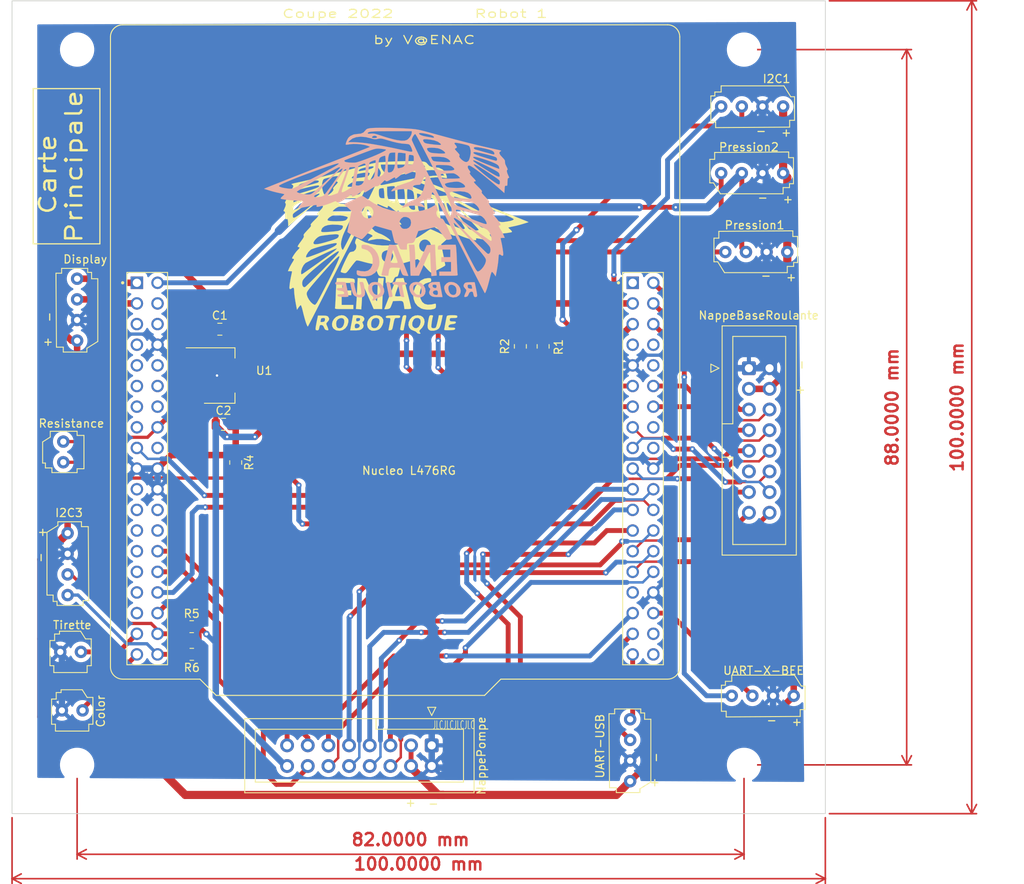
<source format=kicad_pcb>
(kicad_pcb (version 20211014) (generator pcbnew)
  (title_block (comment 4 "AISLER Project ID: FQXJOFHD"))
  (layers (0 "F.Cu" signal) (31 "B.Cu" signal) (34 "B.Paste" user) (35 "F.Paste" user) (36 "B.SilkS" user "B.Silkscreen") (37 "F.SilkS" user "F.Silkscreen") (38 "B.Mask" user) (39 "F.Mask" user) (44 "Edge.Cuts" user))
  (net 0 "")
  (net 1 "+5V")
  (net 2 "GND")
  (net 3 "+3V3")
  (net 4 "COL_GPIO")
  (net 5 "TIR_GPIO")
  (net 6 "SDA_I2C3")
  (net 7 "SCL_I2C3")
  (net 8 "USART_TX")
  (net 9 "USART_RX")
  (net 10 "XBeeTx")
  (net 11 "XbeeRx")
  (net 12 "MC1B")
  (net 13 "MC1A")
  (net 14 "MC2B")
  (net 15 "MC2A")
  (net 16 "CONTACTEUR1_GPIO")
  (net 17 "CONTACTEUR2_GPIO")
  (net 19 "DataAX12_TX")
  (net 20 "RC_1B")
  (net 21 "RC_1A")
  (net 22 "RC_2B")
  (net 23 "RC_2A")
  (net 24 "Mot2DIR")
  (net 25 "Mot2PWM")
  (net 26 "Mot1DIR")
  (net 27 "Mot1PWM")
  (net 28 "POMPE1")
  (net 29 "POMPE2")
  (net 30 "EV1")
  (net 31 "EV2")
  (net 32 "S1")
  (net 33 "S2")
  (net 34 "S3")
  (net 35 "DATA_PRESS_1")
  (net 36 "CLK_PRESS")
  (net 37 "A_Resistance")
  (net 38 "DIO_Display")
  (net 39 "CLK_Display")
  (net 40 "DATA_PRESS_2")
  (net 41 "SDA_I2C1")
  (net 42 "SCL_I2C1")
  (footprint "Resistor_SMD:R_0805_2012Metric" (layer "F.Cu") (at 120.3 77.5125 90)
    (fp_text reference "R1")
    (fp_text value "2.2k")
  )
  (footprint "library:HE14_EMBASE_1x04" (layer "F.Cu") (at 151.11 120.5 180)
    (fp_text reference "UART-X-BEE")
    (fp_text value "UART")
  )
  (footprint "Capacitor_SMD:C_0805_2012Metric" (layer "F.Cu") (at 80.55 75.4)
    (fp_text reference "C1")
    (fp_text value "100n")
  )
  (footprint "library:HE14_EMBASE_1x04" (layer "F.Cu") (at 142.19 56.2)
    (fp_text reference "Pression2")
    (fp_text value "Conn_01x04_Male")
  )
  (footprint "MountingHole:MountingHole_3.2mm_M3" (layer "F.Cu") (at 145 129)
    (fp_text reference "REF**" hide)
    (fp_text value "MountingHole_3.2mm_M3")
  )
  (footprint "library:HE14_EMBASE_1x04" (layer "F.Cu") (at 149.81 48 180)
    (fp_text reference "I2C1")
    (fp_text value "I2C")
  )
  (footprint "MountingHole:MountingHole_3.2mm_M3" (layer "F.Cu") (at 63 41)
    (fp_text reference "REF**" hide)
    (fp_text value "MountingHole_3.2mm_M3")
  )
  (footprint "Package_TO_SOT_SMD:SOT-223-3_TabPin2" (layer "F.Cu") (at 80.5 81.1)
    (fp_text reference "U1")
    (fp_text value "LT1129-3.3_SOT223")
  )
  (footprint "library:HE14_EMBASE_1x04" (layer "F.Cu") (at 63 76.81 90)
    (fp_text reference "Display")
    (fp_text value "Conn_01x04_Male")
  )
  (footprint "library:HE14_EMBASE_1x04" (layer "F.Cu") (at 142.7 65.9)
    (fp_text reference "Pression1")
    (fp_text value "Conn_01x04_Male")
  )
  (footprint "Capacitor_SMD:C_0805_2012Metric" (layer "F.Cu") (at 81 87.1)
    (fp_text reference "C2")
    (fp_text value "10u")
  )
  (footprint "Resistor_SMD:R_0805_2012Metric" (layer "F.Cu") (at 77.1 115.4 180)
    (fp_text reference "R6")
    (fp_text value "2.2k")
  )
  (footprint "library:ST_NUCLEO-F401RE" (layer "F.Cu") (at 102.1 79.2)
    (fp_text reference "Nucleo L476RG")
    (fp_text value "NUCLEO64-F411RE")
  )
  (footprint "library:HE14_EMBASE_1x02" (layer "F.Cu") (at 61.3 88.468 -90)
    (fp_text reference "Resistance")
    (fp_text value "Conn_01x02_Male")
  )
  (footprint "library:HE14_EMBASE_1x04" (layer "F.Cu") (at 131 131.01 90)
    (fp_text reference "UART-USB")
    (fp_text value "UART")
  )
  (footprint "MountingHole:MountingHole_3.2mm_M3" (layer "F.Cu") (at 63 129)
    (fp_text reference "REF**" hide)
    (fp_text value "MountingHole_3.2mm_M3")
  )
  (footprint "library:HE14_EMBASE_1x02" (layer "F.Cu") (at 64.232 115.1 180)
    (fp_text reference "Tirette")
    (fp_text value "Conn_01x02_Male")
  )
  (footprint "Resistor_SMD:R_0805_2012Metric" (layer "F.Cu") (at 82.5 91.8 -90)
    (fp_text reference "R4")
    (fp_text value "1k")
  )
  (footprint "MountingHole:MountingHole_3.2mm_M3" (layer "F.Cu") (at 145 41)
    (fp_text reference "REF**" hide)
    (fp_text value "MountingHole_3.2mm_M3")
  )
  (footprint "Connector_IDC:IDC-Header_2x08_P2.54mm_Vertical" (layer "F.Cu") (at 106.6 126.6 -90)
    (fp_text reference "NappePompe")
    (fp_text value "Conn_02x08_Top_Bottom")
  )
  (footprint "library:logo" (layer "F.Cu") (at 103.4 65.3)
    (fp_text reference "G***" hide)
    (fp_text value "LOGO" hide)
  )
  (footprint "Connector_IDC:IDC-Header_2x08_P2.54mm_Vertical" (layer "F.Cu") (at 145.6 80.2)
    (fp_text reference "NappeBaseRoulante")
    (fp_text value "Conn_02x08_Top_Bottom")
  )
  (footprint "Resistor_SMD:R_0805_2012Metric" (layer "F.Cu") (at 117.5 77.5125 90)
    (fp_text reference "R2")
    (fp_text value "2.2k")
  )
  (footprint "library:HE14_EMBASE_1x04" (layer "F.Cu") (at 61.832 100.49 -90)
    (fp_text reference "I2C3")
    (fp_text value "I2C")
  )
  (footprint "library:HE14_EMBASE_1x02" (layer "F.Cu") (at 64.432 122.3 180)
    (fp_text reference "Color")
    (fp_text value "Conn_01x02_Male")
  )
  (footprint "Resistor_SMD:R_0805_2012Metric" (layer "F.Cu") (at 77.0875 112 180)
    (fp_text reference "R5")
    (fp_text value "2.2k")
  )
  (footprint "library:logo" (layer "B.Cu") (at 101.1 61.2 180)
    (fp_text reference "G***" hide)
    (fp_text value "LOGO" hide)
  )
  (gr_line (start 57.6 45.8) (end 65.8 45.8) (layer "F.SilkS") (width 0.15))
  (gr_line (start 65.8 45.8) (end 65.8 64.9) (layer "F.SilkS") (width 0.15))
  (gr_line (start 57.6 64.9) (end 57.6 46) (layer "F.SilkS") (width 0.15))
  (gr_line (start 65.8 64.9) (end 57.6 64.9) (layer "F.SilkS") (width 0.15))
  (gr_line (start 57.6 46) (end 57.6 45.8) (layer "F.SilkS") (width 0.15))
  (gr_rect (start 55 35) (end 155 135) (layer "Edge.Cuts") (width 0.1) (fill none))
  (gr_text "+\n" (at 59.5 77 270) (layer "F.SilkS") (effects (font (size 1 1))))
  (gr_text "-" (at 59.7 73.9 270) (layer "F.SilkS") (effects (font (size 1 1))))
  (gr_text "-" (at 147.7 68.8) (layer "F.SilkS") (effects (font (size 1 1))))
  (gr_text "+\n" (at 58.7 100.4 90) (layer "F.SilkS") (effects (font (size 1 1))))
  (gr_text "Coupe 2022		Robot 1 \n\n by V@ENAC" (at 105.1 38.2) (layer "F.SilkS") (effects (font (size 1 1.5))))
  (gr_text "Carte \nPrincipale" (at 61 55.4 90) (layer "F.SilkS") (effects (font (size 2 2.5) (thickness 0.3))))
  (gr_text "-" (at 106.8 133.9 180) (layer "F.SilkS") (effects (font (size 1 1))))
  (gr_text "+\n" (at 150.2 51.2) (layer "F.SilkS") (effects (font (size 1 1))))
  (gr_text "+\n" (at 150.8 69) (layer "F.SilkS") (effects (font (size 1 1))))
  (gr_text "-" (at 152.2 79.8 270) (layer "F.SilkS") (effects (font (size 1 1))))
  (gr_text "-" (at 58.5 103.5 90) (layer "F.SilkS") (effects (font (size 1 1))))
  (gr_text "-" (at 147.3 59.2) (layer "F.SilkS") (effects (font (size 1 1))))
  (gr_text "+\n" (at 151.5 123.7) (layer "F.SilkS") (effects (font (size 1 1))))
  (gr_text "-" (at 134.3 128.1 270) (layer "F.SilkS") (effects (font (size 1 1))))
  (gr_text "-" (at 148.4 123.5) (layer "F.SilkS") (effects (font (size 1 1))))
  (gr_text "+\n" (at 104 133.8 180) (layer "F.SilkS") (effects (font (size 1 1))))
  (gr_text "+\n" (at 152 82.9 270) (layer "F.SilkS") (effects (font (size 1 1))))
  (gr_text "+\n" (at 150.4 59.4) (layer "F.SilkS") (effects (font (size 1 1))))
  (gr_text "-" (at 147.1 51) (layer "F.SilkS") (effects (font (size 1 1))))
  (gr_text "+\n" (at 134.1 131.2 270) (layer "F.SilkS") (effects (font (size 1 1))))
  (gr_text "JLCJLCJLCJLC" (at 109.3 124.1) (layer "F.SilkS") (effects (font (size 1 0.5) (thickness 0.08))))
  (dimension (type aligned) (layer "F.Cu") (pts (xy 145 129) (xy 145 41)) (height 20) (gr_text "88,0000 mm" (at 163.2 85 90) (layer "F.Cu") (effects (font (size 1.5 1.5) (thickness 0.3)))) (format (units 3) (units_format 1) (precision 4)) (style (thickness 0.2) (arrow_length 1.27) (text_position_mode 0) (extension_height 0.58642) (extension_offset 0.5) keep_text_aligned))
  (dimension (type aligned) (layer "F.Cu") (pts (xy 155 135) (xy 155 35)) (height 18) (gr_text "100,0000 mm" (at 171.2 85 90) (layer "F.Cu") (effects (font (size 1.5 1.5) (thickness 0.3)))) (format (units 3) (units_format 1) (precision 4)) (style (thickness 0.2) (arrow_length 1.27) (text_position_mode 0) (extension_height 0.58642) (extension_offset 0.5) keep_text_aligned))
  (dimension (type aligned) (layer "F.Cu") (pts (xy 155 135) (xy 55 135)) (height -8) (gr_text "100,0000 mm" (at 105 141.2) (layer "F.Cu") (effects (font (size 1.5 1.5) (thickness 0.3)))) (format (units 3) (units_format 1) (precision 4)) (style (thickness 0.2) (arrow_length 1.27) (text_position_mode 0) (extension_height 0.58642) (extension_offset 0.5) keep_text_aligned))
  (dimension (type aligned) (layer "F.Cu") (pts (xy 145 129) (xy 63 129)) (height -11) (gr_text "82,0000 mm" (at 104 138.2) (layer "F.Cu") (effects (font (size 1.5 1.5) (thickness 0.3)))) (format (units 3) (units_format 1) (precision 4)) (style (thickness 0.2) (arrow_length 1.27) (text_position_mode 0) (extension_height 0.58642) (extension_offset 0.5) keep_text_aligned))
  (segment (start 131 131.01) (end 129.31 132.7) (width 1) (layer "F.Cu") (net 1))
  (segment (start 150.32 56.71) (end 149.81 56.2) (width 1) (layer "F.Cu") (net 1))
  (segment (start 149.81 48) (end 149.81 56.2) (width 1) (layer "F.Cu") (net 1))
  (segment (start 61.832 95.832) (end 58.7 92.7) (width 0.8) (layer "F.Cu") (net 1))
  (segment (start 151.21 79.67) (end 150.32 78.78) (width 1) (layer "F.Cu") (net 1))
  (segment (start 58.7 87.6) (end 63 83.3) (width 0.8) (layer "F.Cu") (net 1))
  (segment (start 148.4 123.21) (end 151.11 120.5) (width 0.8) (layer "F.Cu") (net 1))
  (segment (start 108 132.7) (end 76.3 132.7) (width 1) (layer "F.Cu") (net 1))
  (segment (start 150.32 78.78) (end 150.32 65.9) (width 1) (layer "F.Cu") (net 1))
  (segment (start 58.6 103.722) (end 61.832 100.49) (width 1) (layer "F.Cu") (net 1))
  (segment (start 108 132.7) (end 107.42 132.7) (width 1) (layer "F.Cu") (net 1))
  (segment (start 148.14 82.74) (end 145.6 82.74) (width 0.8) (layer "F.Cu") (net 1))
  (segment (start 131 131.01) (end 138.71 123.3) (width 0.8) (layer "F.Cu") (net 1))
  (segment (start 74.3 66.5) (end 79.6 71.8) (width 0.8) (layer "F.Cu") (net 1))
  (segment (start 150.32 65.9) (end 150.32 56.71) (width 1) (layer "F.Cu") (net 1))
  (segment (start 62.31 76.81) (end 60.6 75.1) (width 0.8) (layer "F.Cu") (net 1))
  (segment (start 60.6 75.1) (end 60.6 68.3) (width 0.8) (layer "F.Cu") (net 1))
  (segment (start 151.21 79.67) (end 151.11 79.77) (width 0.8) (layer "F.Cu") (net 1))
  (segment (start 76.3 132.7) (end 75.95 132.35) (width 1) (layer "F.Cu") (net 1))
  (segment (start 61.832 100.49) (end 61.832 95.832) (width 0.8) (layer "F.Cu") (net 1))
  (segment (start 60.2 124.7) (end 58.6 123.1) (width 1) (layer "F.Cu") (net 1))
  (segment (start 58.7 92.7) (end 58.7 87.6) (width 0.8) (layer "F.Cu") (net 1))
  (segment (start 79.6 71.8) (end 79.6 75.4) (width 0.8) (layer "F.Cu") (net 1))
  (segment (start 62.4 66.5) (end 74.3 66.5) (width 0.8) (layer "F.Cu") (net 1))
  (segment (start 60.6 68.3) (end 62.4 66.5) (width 0.8) (layer "F.Cu") (net 1))
  (segment (start 75.95 132.35) (end 68.3 124.7) (width 1) (layer "F.Cu") (net 1))
  (segment (start 129.31 132.7) (end 108 132.7) (width 1) (layer "F.Cu") (net 1))
  (segment (start 151.21 79.67) (end 148.14 82.74) (width 0.8) (layer "F.Cu") (net 1))
  (segment (start 63 76.81) (end 62.31 76.81) (width 0.8) (layer "F.Cu") (net 1))
  (segment (start 104.06 129.34) (end 104.06 126.8) (width 0.6) (layer "F.Cu") (net 1))
  (segment (start 107.42 132.7) (end 104.06 129.34) (width 1) (layer "F.Cu") (net 1))
  (segment (start 77.35 77.65) (end 79.6 75.4) (width 0.8) (layer "F.Cu") (net 1))
  (segment (start 63 83.3) (end 63 76.81) (width 0.8) (layer "F.Cu") (net 1))
  (segment (start 68.3 124.7) (end 60.2 124.7) (width 1) (layer "F.Cu") (net 1))
  (segment (start 151.11 79.77) (end 151.11 120.5) (width 0.8) (layer "F.Cu") (net 1))
  (segment (start 77.35 78.8) (end 77.35 77.65) (width 0.8) (layer "F.Cu") (net 1))
  (segment (start 59.011 103.311) (end 61.832 100.49) (width 0.8) (layer "F.Cu") (net 1))
  (segment (start 58.6 103.722) (end 59.011 103.311) (width 1) (layer "F.Cu") (net 1))
  (segment (start 58.6 113.5) (end 58.6 103.722) (width 1) (layer "F.Cu") (net 1))
  (segment (start 148.4 123.3) (end 148.4 123.21) (width 0.8) (layer "F.Cu") (net 1))
  (segment (start 58.6 123.1) (end 58.6 113.5) (width 1) (layer "F.Cu") (net 1))
  (segment (start 138.71 123.3) (end 148.4 123.3) (width 0.8) (layer "F.Cu") (net 1))
  (segment (start 82.5 90.8875) (end 74.5525 90.8875) (width 0.8) (layer "F.Cu") (net 2))
  (segment (start 82.5 90.8875) (end 82.5 87.65) (width 0.8) (layer "F.Cu") (net 2))
  (segment (start 81.95 82.8) (end 83.65 81.1) (width 0.8) (layer "F.Cu") (net 2))
  (segment (start 81.95 87.1) (end 81.95 82.8) (width 0.8) (layer "F.Cu") (net 2))
  (segment (start 80.2 81.1) (end 77.35 81.1) (width 0.8) (layer "F.Cu") (net 2))
  (segment (start 82.5 87.65) (end 81.95 87.1) (width 0.8) (layer "F.Cu") (net 2))
  (segment (start 74.5525 90.8875) (end 72.89 92.55) (width 0.8) (layer "F.Cu") (net 2))
  (segment (start 83.65 81.1) (end 83.65 80.95) (width 0.8) (layer "F.Cu") (net 2))
  (segment (start 83.65 77.55) (end 81.5 75.4) (width 0.8) (layer "F.Cu") (net 2))
  (segment (start 83.65 81.1) (end 80.2 81.1) (width 0.8) (layer "F.Cu") (net 2))
  (segment (start 83.65 80.95) (end 83.65 77.55) (width 0.8) (layer "F.Cu") (net 2))
  (via (at 80.2 81.1) (size 0.7) (drill 0.3) (layers "F.Cu" "B.Cu") (net 2))
  (segment (start 148.1 78.9) (end 148.2 78.9) (width 0.8) (layer "B.Cu") (net 2))
  (segment (start 128.6 80.9) (end 128.6 90.3) (width 0.8) (layer "B.Cu") (net 2))
  (segment (start 135.4 78.6) (end 137 80.2) (width 0.8) (layer "B.Cu") (net 2))
  (segment (start 135.8 109.7) (end 135.8 123.1) (width 0.8) (layer "B.Cu") (net 2))
  (segment (start 147.78 65.9) (end 147.78 56.71) (width 1) (layer "B.Cu") (net 2))
  (segment (start 146.9 80.1) (end 148.1 78.9) (width 0.8) (layer "B.Cu") (net 2))
  (segment (start 149.245 81.305) (end 148.14 80.2) (width 0.8) (layer "B.Cu") (net 2))
  (segment (start 147.27 56.2) (end 147.27 48) (width 1) (layer "B.Cu") (net 2))
  (segment (start 151.1 83.16) (end 149.245 81.305) (width 0.8) (layer "B.Cu") (net 2))
  (segment (start 148.2 78.9) (end 148.2 80.26) (width 0.8) (layer "B.Cu") (net 2))
  (segment (start 132.56 78.6) (end 135.4 78.6) (width 0.4) (layer "B.Cu") (net 2))
  (segment (start 147.78 67.68) (end 147.78 65.9) (width 1) (layer "B.Cu") (net 2))
  (segment (start 61.13 115.3) (end 60.93 115.1) (width 0.8) (layer "B.Cu") (net 2))
  (segment (start 130.13 129.34) (end 131 128.47) (width 0.8) (layer "B.Cu") (net 2))
  (segment (start 76.68 81.1) (end 72.89 77.31) (width 0.8) (layer "B.Cu") (net 2))
  (segment (start 89.75 87.05) (end 106.6 103.9) (width 0.8) (layer "B.Cu") (net 2))
  (segment (start 133.27 125.63) (end 133.27 126.2) (width 0.8) (layer "B.Cu") (net 2))
  (segment (start 148.67 78.43) (end 148.67 80.73) (width 0.8) (layer "B.Cu") (net 2))
  (segment (start 148.67 68.57) (end 147.78 67.68) (width 1) (layer "B.Cu") (net 2))
  (segment (start 148.2 80.26) (end 148.87 80.93) (width 0.8) (layer "B.Cu") (net 2))
  (segment (start 148.67 78.43) (end 148.67 68.57) (width 1) (layer "B.Cu") (net 2))
  (segment (start 70.35 92.55) (end 72.89 92.55) (width 0.8) (layer "B.Cu") (net 2))
  (segment (start 133.85 92.55) (end 132.685489 91.385489) (width 0.4) (layer "B.Cu") (net 2))
  (segment (start 72.89 77.31) (end 72.89 76.99) (width 0.4) (layer "B.Cu") (net 2))
  (segment (start 148.57 120.5) (end 148.57 122.43) (width 0.8) (layer "B.Cu") (net 2))
  (segment (start 72.89 95.09) (end 72.89 92.55) (width 0.8) (layer "B.Cu") (net 2))
  (segment (start 148.57 120.5) (end 148.57 115.68) (width 0.8) (layer "B.Cu") (net 2))
  (segment (start 59.9 103.8) (end 59.9 114.07) (width 0.8) (layer "B.Cu") (net 2))
  (segment (start 129.685489 91.385489) (end 129.3 91) (width 0.4) (layer "B.Cu") (net 2))
  (segment (start 132.685489 91.385489) (end 129.685489 91.385489) (width 0.4) (layer "B.Cu") (net 2))
  (segment (start 106.6 103.9) (end 106.6 126.8) (width 0.8) (layer "B.Cu") (net 2))
  (segment (start 61.832 103.03) (end 68.4 96.462) (width 0.8) (layer "B.Cu") (net 2))
  (segment (start 106.6 129.34) (end 130.13 129.34) (width 0.8) (layer "B.Cu") (net 2))
  (segment (start 147.78 56.71) (end 147.27 56.2) (width 1) (layer "B.Cu") (net 2))
  (segment (start 71.9 76) (end 69.2 76) (width 0.4) (layer "B.Cu") (net 2))
  (segment (start 148.67 80.73) (end 148.87 80.93) (width 0.8) (layer "B.Cu") (net 2))
  (segment (start 135.1 123.8) (end 133.27 125.63) (width 0.8) (layer "B.Cu") (net 2))
  (segment (start 106.6 129.34) (end 106.6 126.8) (width 0.8) (layer "B.Cu") (net 2))
  (segment (start 89.45 87.05) (end 89.75 87.05) (width 0.8) (layer "B.Cu") (net 2))
  (segment (start 83.65 80.95) (end 89.75 87.05) (width 0.8) (layer "B.Cu") (net 2))
  (segment (start 131.31 79.85) (end 132.56 78.6) (width 0.4) (layer "B.Cu") (net 2))
  (segment (start 135.76 109.7) (end 133.85 107.79) (width 0.8) (layer "B.Cu") (net 2))
  (segment (start 147.2 123.8) (end 135.1 123.8) (width 0.8) (layer "B.Cu") (net 2))
  (segment (start 59.9 114.07) (end 60.93 115.1) (width 0.8) (layer "B.Cu") (net 2))
  (segment (start 148.14 80.2) (end 145.6 80.2) (width 0.8) (layer "B.Cu") (net 2))
  (segment (start 133.27 126.2) (end 131 128.47) (width 0.8) (layer "B.Cu") (net 2))
  (segment (start 69.2 76) (end 67.47 74.27) (width 0.8) (layer "B.Cu") (net 2))
  (segment (start 131.31 79.85) (end 129.65 79.85) (width 0.8) (layer "B.Cu") (net 2))
  (segment (start 83.5 81.1) (end 80.2 81.1) (width 0.8) (layer "B.Cu") (net 2))
  (segment (start 148.57 122.43) (end 147.2 123.8) (width 0.8) (layer "B.Cu") (net 2))
  (segment (start 60.67 103.03) (end 59.9 103.8) (width 0.8) (layer "B.Cu") (net 2))
  (segment (start 129.65 79.85) (end 128.6 80.9) (width 0.8) (layer "B.Cu") (net 2))
  (segment (start 61.13 122.3) (end 61.13 115.3) (width 0.8) (layer "B.Cu") (net 2))
  (segment (start 148.87 80.93) (end 149.245 81.305) (width 0.8) (layer "B.Cu") (net 2))
  (segment (start 61.832 103.03) (end 60.67 103.03) (width 0.8) (layer "B.Cu") (net 2))
  (segment (start 67.47 74.27) (end 63 74.27) (width 0.8) (layer "B.Cu") (net 2))
  (segment (start 83.5 81.1) (end 89.45 87.05) (width 0.8) (layer "B.Cu") (net 2))
  (segment (start 68.4 96.462) (end 68.4 94.5) (width 0.8) (layer "B.Cu") (net 2))
  (segment (start 72.89 76.99) (end 71.9 76) (width 0.4) (layer "B.Cu") (net 2))
  (segment (start 68.4 94.5) (end 70.35 92.55) (width 0.8) (layer "B.Cu") (net 2))
  (segment (start 148.67 78.43) (end 148.2 78.9) (width 0.8) (layer "B.Cu") (net 2))
  (segment (start 135.8 109.7) (end 135.76 109.7) (width 0.8) (layer "B.Cu") (net 2))
  (segment (start 128.6 90.3) (end 129.3 91) (width 0.8) (layer "B.Cu") (net 2))
  (segment (start 70.35 92.55) (end 72.89 95.09) (width 0.8) (layer "B.Cu") (net 2))
  (segment (start 80.2 81.1) (end 76.68 81.1) (width 0.8) (layer "B.Cu") (net 2))
  (segment (start 151.1 113.15) (end 151.1 83.16) (width 0.8) (layer "B.Cu") (net 2))
  (segment (start 135.8 123.1) (end 135.1 123.8) (width 0.8) (layer "B.Cu") (net 2))
  (segment (start 137 80.2) (end 145.6 80.2) (width 0.8) (layer "B.Cu") (net 2))
  (segment (start 148.57 115.68) (end 151.1 113.15) (width 0.8) (layer "B.Cu") (net 2))
  (segment (start 80.05 86.1) (end 80.05 87.1) (width 0.6) (layer "F.Cu") (net 3))
  (segment (start 81.45 88.65) (end 80.05 87.25) (width 0.8) (layer "F.Cu") (net 3))
  (segment (start 71.66 88.7) (end 68.2 88.7) (width 0.4) (layer "F.Cu") (net 3))
  (segment (start 68.2 88.7) (end 67.67 89.23) (width 0.4) (layer "F.Cu") (net 3))
  (segment (start 78.0125 112.0125) (end 78 112) (width 0.6) (layer "F.Cu") (net 3))
  (segment (start 78 112) (end 78.9 112.9) (width 0.6) (layer "F.Cu") (net 3))
  (segment (start 72.89 87.47) (end 71.66 88.7) (width 0.4) (layer "F.Cu") (net 3))
  (segment (start 80.05 87.25) (end 80.05 87.1) (width 0.8) (layer "F.Cu") (net 3))
  (segment (start 76.96 83.4) (end 77.35 83.4) (width 0.6) (layer "F.Cu") (net 3))
  (segment (start 120.3 78.425) (end 117.5 78.425) (width 0.8) (layer "F.Cu") (net 3))
  (segment (start 77.35 83.4) (end 80.05 86.1) (width 0.6) (layer "F.Cu") (net 3))
  (segment (start 72.89 87.47) (end 76.96 83.4) (width 0.6) (layer "F.Cu") (net 3))
  (segment (start 95.075 78.425) (end 84.85 88.65) (width 0.8) (layer "F.Cu") (net 3))
  (segment (start 78.0125 115.4) (end 78.0125 112.0125) (width 0.6) (layer "F.Cu") (net 3))
  (segment (start 117.5 78.425) (end 95.175 78.425) (width 0.8) (layer "F.Cu") (net 3))
  (segment (start 67.67 89.23) (end 61.3 89.23) (width 0.4) (layer "F.Cu") (net 3))
  (segment (start 95.175 78.425) (end 95.075 78.425) (width 0.8) (layer "F.Cu") (net 3))
  (via (at 84.85 88.65) (size 0.7) (drill 0.3) (layers "F.Cu" "B.Cu") (net 3))
  (via (at 81.45 88.65) (size 0.7) (drill 0.3) (layers "F.Cu" "B.Cu") (net 3))
  (via (at 78.9 112.9) (size 0.8) (drill 0.4) (layers "F.Cu" "B.Cu") (net 3))
  (segment (start 80.05 109.95) (end 80.05 114.25) (width 0.8) (layer "B.Cu") (net 3))
  (segment (start 80.05 87.1) (end 80.05 87.45) (width 0.8) (layer "B.Cu") (net 3))
  (segment (start 80.05 114.05) (end 80.05 114.25) (width 0.6) (layer "B.Cu") (net 3))
  (segment (start 80.05 114.25) (end 80.05 120.57) (width 0.8) (layer "B.Cu") (net 3))
  (segment (start 80.05 120.57) (end 88.82 129.34) (width 0.8) (layer "B.Cu") (net 3))
  (segment (start 78.9 112.9) (end 80.05 114.05) (width 0.6) (layer "B.Cu") (net 3))
  (segment (start 80.05 87.1) (end 80.05 109.95) (width 0.8) (layer "B.Cu") (net 3))
  (segment (start 80.05 87.45) (end 81.25 88.65) (width 0.8) (layer "B.Cu") (net 3))
  (segment (start 81.25 88.65) (end 81.45 88.65) (width 0.8) (layer "B.Cu") (net 3))
  (segment (start 81.45 88.65) (end 84.85 88.65) (width 0.8) (layer "B.Cu") (net 3))
  (segment (start 63.67 122.09) (end 63.67 122.3) (width 0.6) (layer "F.Cu") (net 4))
  (segment (start 70.35 115.41) (end 63.67 122.09) (width 0.6) (layer "F.Cu") (net 4))
  (segment (start 70.35 112.87) (end 68.12 115.1) (width 0.6) (layer "F.Cu") (net 5))
  (segment (start 68.12 115.1) (end 63.47 115.1) (width 0.6) (layer "F.Cu") (net 5))
  (segment (start 68.3 111.6) (end 62.27 105.57) (width 0.4) (layer "F.Cu") (net 6))
  (segment (start 72.1 111.6) (end 68.3 111.6) (width 0.4) (layer "F.Cu") (net 6))
  (segment (start 76.175 112.225) (end 76.175 112) (width 0.6) (layer "F.Cu") (net 6))
  (segment (start 72.89 112.39) (end 72.1 111.6) (width 0.4) (layer "F.Cu") (net 6))
  (segment (start 75.53 112.87) (end 76.175 112.225) (width 0.6) (layer "F.Cu") (net 6))
  (segment (start 75.53 112.87) (end 72.89 112.87) (width 0.6) (layer "F.Cu") (net 6))
  (segment (start 62.27 105.57) (end 61.832 105.57) (width 0.4) (layer "F.Cu") (net 6))
  (segment (start 72.9 115.4) (end 72.89 115.41) (width 0.6) (layer "F.Cu") (net 7))
  (segment (start 76.1875 115.4) (end 72.9 115.4) (width 0.6) (layer "F.Cu") (net 7))
  (segment (start 63.11 108.11) (end 69.1 114.1) (width 0.4) (layer "B.Cu") (net 7))
  (segment (start 61.832 108.11) (end 63.11 108.11) (width 0.4) (layer "B.Cu") (net 7))
  (segment (start 71.58 114.1) (end 72.89 115.41) (width 0.4) (layer "B.Cu") (net 7))
  (segment (start 69.1 114.1) (end 71.58 114.1) (width 0.4) (layer "B.Cu") (net 7))
  (segment (start 131 125.93) (end 128.8 123.73) (width 0.6) (layer "F.Cu") (net 8))
  (segment (start 128.8 115.38) (end 131.31 112.87) (width 0.6) (layer "F.Cu") (net 8))
  (segment (start 128.8 123.73) (end 128.8 115.38) (width 0.6) (layer "F.Cu") (net 8))
  (segment (start 131.31 115.41) (end 131.31 123.08) (width 0.6) (layer "F.Cu") (net 9))
  (segment (start 131.31 123.08) (end 131 123.39) (width 0.6) (layer "F.Cu") (net 9))
  (segment (start 135.86 110.33) (end 133.85 110.33) (width 0.6) (layer "F.Cu") (net 10))
  (segment (start 146.03 120.5) (end 135.86 110.33) (width 0.6) (layer "F.Cu") (net 10))
  (segment (start 133.85 74.77) (end 137.65 78.57) (width 0.6) (layer "F.Cu") (net 11))
  (segment (start 137.65 78.57) (end 137.65 81.3) (width 0.6) (layer "F.Cu") (net 11))
  (via (at 137.65 81.3) (size 0.7) (drill 0.3) (layers "F.Cu" "B.Cu") (net 11))
  (segment (start 140.4 120.5) (end 143.49 120.5) (width 0.6) (layer "B.Cu") (net 11))
  (segment (start 137.65 117.75) (end 140.4 120.5) (width 0.6) (layer "B.Cu") (net 11))
  (segment (start 137.65 81.3) (end 137.65 117.75) (width 0.6) (layer "B.Cu") (net 11))
  (segment (start 143.8 79.64) (end 133.85 69.69) (width 0.6) (layer "F.Cu") (net 12))
  (segment (start 143.8 84.6) (end 143.8 79.64) (width 0.6) (layer "F.Cu") (net 12))
  (segment (start 144.48 85.28) (end 143.8 84.6) (width 0.6) (layer "F.Cu") (net 12))
  (segment (start 145.6 85.28) (end 144.48 85.28) (width 0.6) (layer "F.Cu") (net 12))
  (segment (start 144.6 86.6) (end 144.4 86.4) (width 0.3) (layer "F.Cu") (net 13))
  (segment (start 144.4 86.4) (end 143.9 86.4) (width 0.3) (layer "F.Cu") (net 13))
  (segment (start 133.85 72.23) (end 142.22 80.6) (width 0.6) (layer "F.Cu") (net 13))
  (segment (start 142.7 81.08) (end 142.7 84.5) (width 0.6) (layer "F.Cu") (net 13))
  (segment (start 142.7 84.5) (end 142.7 85.2) (width 0.6) (layer "F.Cu") (net 13))
  (segment (start 146.82 86.6) (end 144.6 86.6) (width 0.3) (layer "F.Cu") (net 13))
  (segment (start 142.22 80.6) (end 142.7 81.08) (width 0.6) (layer "F.Cu") (net 13))
  (segment (start 148.14 85.28) (end 146.82 86.6) (width 0.3) (layer "F.Cu") (net 13))
  (segment (start 143.7 86.2) (end 143.9 86.4) (width 0.6) (layer "F.Cu") (net 13))
  (segment (start 142.7 85.2) (end 143.7 86.2) (width 0.6) (layer "F.Cu") (net 13))
  (segment (start 145.6 87.82) (end 143.27 87.82) (width 0.6) (layer "F.Cu") (net 14))
  (segment (start 143.27 87.82) (end 137.84 82.39) (width 0.6) (layer "F.Cu") (net 14))
  (segment (start 137.84 82.39) (end 133.85 82.39) (width 0.6) (layer "F.Cu") (net 14))
  (segment (start 133.85 84.93) (end 138.63 84.93) (width 0.6) (layer "F.Cu") (net 15))
  (segment (start 148.14 87.82) (end 146.86 89.1) (width 0.3) (layer "F.Cu") (net 15))
  (segment (start 146.86 89.1) (end 142.8 89.1) (width 0.3) (layer "F.Cu") (net 15))
  (segment (start 138.63 84.93) (end 142.8 89.1) (width 0.6) (layer "F.Cu") (net 15))
  (segment (start 128.7 91.35) (end 135.8 91.35) (width 0.3) (layer "F.Cu") (net 16))
  (segment (start 143.34 90.36) (end 142.35 91.35) (width 0.6) (layer "F.Cu") (net 16))
  (segment (start 142.35 91.35) (end 135.8 91.35) (width 0.6) (layer "F.Cu") (net 16))
  (segment (start 124.2 95.85) (end 128.7 91.35) (width 0.6) (layer "F.Cu") (net 16))
  (segment (start 78.65 95.85) (end 124.2 95.85) (width 0.6) (layer "F.Cu") (net 16))
  (segment (start 145.6 90.36) (end 143.34 90.36) (width 0.6) (layer "F.Cu") (net 16))
  (via (at 78.65 95.85) (size 0.7) (drill 0.3) (layers "F.Cu" "B.Cu") (net 16))
  (segment (start 71.69 91.35) (end 73.4 91.35) (width 0.3) (layer "B.Cu") (net 16))
  (segment (start 74.15 91.35) (end 78.65 95.85) (width 0.6) (layer "B.Cu") (net 16))
  (segment (start 70.35 90.01) (end 71.69 91.35) (width 0.3) (layer "B.Cu") (net 16))
  (segment (start 73.4 91.35) (end 74.15 91.35) (width 0.6) (layer "B.Cu") (net 16))
  (segment (start 146.85 91.65) (end 143.7 91.65) (width 0.3) (layer "F.Cu") (net 17))
  (segment (start 128.9 93.8) (end 131.35 93.8) (width 0.3) (layer "F.Cu") (net 17))
  (segment (start 143.2 92.15) (end 143.65 91.7) (width 0.6) (layer "F.Cu") (net 17))
  (segment (start 78.75 97.3) (end 125.4 97.3) (width 0.6) (layer "F.Cu") (net 17))
  (segment (start 131.35 93.8) (end 135.5 93.8) (width 0.3) (layer "F.Cu") (net 17))
  (segment (start 143.7 91.65) (end 143.65 91.7) (width 0.3) (layer "F.Cu") (net 17))
  (segment (start 125.4 97.3) (end 128.65 94.05) (width 0.6) (layer "F.Cu") (net 17))
  (segment (start 148.14 90.36) (end 146.85 91.65) (width 0.3) (layer "F.Cu") (net 17))
  (segment (start 137.15 92.15) (end 142.9 92.15) (width 0.6) (layer "F.Cu") (net 17))
  (segment (start 135.5 93.8) (end 137.15 92.15) (width 0.6) (layer "F.Cu") (net 17))
  (segment (start 142.9 92.15) (end 143.2 92.15) (width 0.6) (layer "F.Cu") (net 17))
  (segment (start 128.65 94.05) (end 128.9 93.8) (width 0.3) (layer "F.Cu") (net 17))
  (via (at 78.75 97.3) (size 0.7) (drill 0.3) (layers "F.Cu" "B.Cu") (net 17))
  (segment (start 77.15 105.45) (end 77.15 98) (width 0.6) (layer "B.Cu") (net 17))
  (segment (start 74.81 107.79) (end 77.15 105.45) (width 0.6) (layer "B.Cu") (net 17))
  (segment (start 72.89 107.79) (end 74.81 107.79) (width 0.6) (layer "B.Cu") (net 17))
  (segment (start 77.15 98) (end 77.85 97.3) (width 0.6) (layer "B.Cu") (net 17))
  (segment (start 77.85 97.3) (end 78.75 97.3) (width 0.6) (layer "B.Cu") (net 17))
  (segment (start 144.55 94.2) (end 146.84 94.2) (width 0.3) (layer "F.Cu") (net 19))
  (segment (start 136.3 90.15) (end 138.65 90.15) (width 0.6) (layer "F.Cu") (net 19))
  (segment (start 142.7 94.2) (end 144.55 94.2) (width 0.6) (layer "F.Cu") (net 19))
  (segment (start 146.84 94.2) (end 148.14 92.9) (width 0.3) (layer "F.Cu") (net 19))
  (via (at 142.7 94.2) (size 0.7) (drill 0.3) (layers "F.Cu" "B.Cu") (net 19))
  (via (at 138.65 90.15) (size 0.7) (drill 0.3) (layers "F.Cu" "B.Cu") (net 19))
  (via (at 136.3 90.15) (size 0.7) (drill 0.3) (layers "F.Cu" "B.Cu") (net 19))
  (segment (start 135 88.85) (end 136.3 90.15) (width 0.6) (layer "B.Cu") (net 19))
  (segment (start 132.47 88.85) (end 135 88.85) (width 0.3) (layer "B.Cu") (net 19))
  (segment (start 131.31 90.01) (end 132.47 88.85) (width 0.3) (layer "B.Cu") (net 19))
  (segment (start 138.65 90.15) (end 142.7 94.2) (width 0.6) (layer "B.Cu") (net 19))
  (segment (start 132.62 101.4) (end 131.31 102.71) (width 0.3) (layer "F.Cu") (net 20))
  (segment (start 134.7 101.3) (end 134.6 101.4) (width 0.3) (layer "F.Cu") (net 20))
  (segment (start 142.28 101.3) (end 135.2 101.3) (width 0.6) (layer "F.Cu") (net 20))
  (segment (start 145.6 97.98) (end 142.28 101.3) (width 0.6) (layer "F.Cu") (net 20))
  (segment (start 135.2 101.3) (end 134.7 101.3) (width 0.3) (layer "F.Cu") (net 20))
  (segment (start 134.6 101.4) (end 132.62 101.4) (width 0.3) (layer "F.Cu") (net 20))
  (segment (start 135.3 104) (end 132.56 104) (width 0.3) (layer "F.Cu") (net 21))
  (segment (start 148.14 97.98) (end 142.12 104) (width 0.6) (layer "F.Cu") (net 21))
  (segment (start 142.12 104) (end 135.3 104) (width 0.6) (layer "F.Cu") (net 21))
  (segment (start 132.56 104) (end 131.31 105.25) (width 0.3) (layer "F.Cu") (net 21))
  (segment (start 142.29 95.44) (end 145.6 95.44) (width 0.6) (layer "F.Cu") (net 22))
  (segment (start 140.65 93.8) (end 142.29 95.44) (width 0.6) (layer "F.Cu") (net 22))
  (segment (start 136.8 93.8) (end 140.65 93.8) (width 0.6) (layer "F.Cu") (net 22))
  (via (at 136.8 93.8) (size 0.7) (drill 0.3) (layers "F.Cu" "B.Cu") (net 22))
  (segment (start 136.4 93.8) (end 136.8 93.8) (width 0.6) (layer "B.Cu") (net 22))
  (segment (start 131.31 92.55) (end 132.56 93.8) (width 0.3) (layer "B.Cu") (net 22))
  (segment (start 132.56 93.8) (end 135.25 93.8) (width 0.3) (layer "B.Cu") (net 22))
  (segment (start 135.25 93.8) (end 136.4 93.8) (width 0.6) (layer "B.Cu") (net 22))
  (segment (start 131.31 87.47) (end 132.64 88.8) (width 0.3) (layer "F.Cu") (net 23))
  (segment (start 132.64 88.8) (end 135.1 88.8) (width 0.3) (layer "F.Cu") (net 23))
  (segment (start 135.1 88.8) (end 140.05 88.8) (width 0.6) (layer "F.Cu") (net 23))
  (segment (start 140.05 88.8) (end 141.35 90.1) (width 0.6) (layer "F.Cu") (net 23))
  (via (at 141.35 90.1) (size 0.7) (drill 0.3) (layers "F.Cu" "B.Cu") (net 23))
  (segment (start 145.3 94.2) (end 146.9 94.2) (width 0.3) (layer "B.Cu") (net 23))
  (segment (start 145.2 94.1) (end 145.3 94.2) (width 0.3) (layer "B.Cu") (net 23))
  (segment (start 142.85 92.45) (end 144.5 94.1) (width 0.6) (layer "B.Cu") (net 23))
  (segment (start 141.35 90.1) (end 142.85 91.6) (width 0.6) (layer "B.Cu") (net 23))
  (segment (start 142.85 91.6) (end 142.85 92.45) (width 0.6) (layer "B.Cu") (net 23))
  (segment (start 144.5 94.1) (end 145.2 94.1) (width 0.3) (layer "B.Cu") (net 23))
  (segment (start 146.9 94.2) (end 148.14 95.44) (width 0.3) (layer "B.Cu") (net 23))
  (segment (start 116 111.7) (end 116 121.1) (width 0.6) (layer "F.Cu") (net 24))
  (segment (start 103.1 123.6) (end 101.52 125.18) (width 0.6) (layer "F.Cu") (net 24))
  (segment (start 112.2 107.9) (end 116 111.7) (width 0.6) (layer "F.Cu") (net 24))
  (segment (start 112.2 101.7) (end 110.9 103) (width 0.6) (layer "F.Cu") (net 24))
  (segment (start 127.6 100.7) (end 126.6 101.7) (width 0.6) (layer "F.Cu") (net 24))
  (segment (start 126.6 101.7) (end 112.6 101.7) (width 0.6) (layer "F.Cu") (net 24))
  (segment (start 128.13 100.17) (end 127.6 100.7) (width 0.6) (layer "F.Cu") (net 24))
  (segment (start 113.5 123.6) (end 103.1 123.6) (width 0.6) (layer "F.Cu") (net 24))
  (segment (start 112.6 101.7) (end 112.2 101.7) (width 0.6) (layer "F.Cu") (net 24))
  (segment (start 116 121.1) (end 113.5 123.6) (width 0.6) (layer "F.Cu") (net 24))
  (segment (start 131.31 100.17) (end 128.13 100.17) (width 0.6) (layer "F.Cu") (net 24))
  (segment (start 101.52 125.18) (end 101.52 126.8) (width 0.6) (layer "F.Cu") (net 24))
  (via (at 110.9 103) (size 0.7) (drill 0.3) (layers "F.Cu" "B.Cu") (net 24))
  (via (at 112.2 107.9) (size 0.7) (drill 0.3) (layers "F.Cu" "B.Cu") (net 24))
  (segment (start 110.9 106.6) (end 112.2 107.9) (width 0.6) (layer "B.Cu") (net 24))
  (segment (start 110.9 103) (end 110.9 106.6) (width 0.6) (layer "B.Cu") (net 24))
  (segment (start 115.3 124.7) (end 103.6 124.7) (width 0.6) (layer "F.Cu") (net 25))
  (segment (start 101.52 129.34) (end 102.8 128.06) (width 0.3) (layer "F.Cu") (net 25))
  (segment (start 117.5 110.8) (end 117.5 122.5) (width 0.6) (layer "F.Cu") (net 25))
  (segment (start 123.4 103.1) (end 112.9 103.1) (width 0.6) (layer "F.Cu") (net 25))
  (segment (start 102.8 125.9) (end 102.8 125.5) (width 0.6) (layer "F.Cu") (net 25))
  (segment (start 117.5 122.5) (end 115.3 124.7) (width 0.6) (layer "F.Cu") (net 25))
  (segment (start 102.8 128.06) (end 102.8 125.9) (width 0.3) (layer "F.Cu") (net 25))
  (segment (start 113.4 106.7) (end 117.5 110.8) (width 0.6) (layer "F.Cu") (net 25))
  (segment (start 102.8 125.5) (end 103.6 124.7) (width 0.6) (layer "F.Cu") (net 25))
  (via (at 123.4 103.1) (size 0.7) (drill 0.3) (layers "F.Cu" "B.Cu") (net 25))
  (via (at 112.9 103.1) (size 0.7) (drill 0.3) (layers "F.Cu" "B.Cu") (net 25))
  (via (at 113.4 106.7) (size 0.7) (drill 0.3) (layers "F.Cu" "B.Cu") (net 25))
  (segment (start 112.9 106.2) (end 113.4 106.7) (width 0.6) (layer "B.Cu") (net 25))
  (segment (start 131.31 97.63) (end 129.02 97.63) (width 0.6) (layer "B.Cu") (net 25))
  (segment (start 126.55 99.95) (end 123.4 103.1) (width 0.6) (layer "B.Cu") (net 25))
  (segment (start 129.02 97.63) (end 126.7 99.95) (width 0.6) (layer "B.Cu") (net 25))
  (segment (start 112.9 106.2) (end 112.9 103.1) (width 0.6) (layer "B.Cu") (net 25))
  (segment (start 126.7 99.95) (end 126.55 99.95) (width 0.6) (layer "B.Cu") (net 25))
  (segment (start 108.2 112.7) (end 105.3 112.7) (width 0.6) (layer "F.Cu") (net 26))
  (via (at 108.2 112.7) (size 0.7) (drill 0.3) (layers "F.Cu" "B.Cu") (net 26))
  (via (at 105.3 112.7) (size 0.7) (drill 0.3) (layers "F.Cu" "B.Cu") (net 26))
  (segment (start 105.3 112.7) (end 100.7 112.7) (width 0.6) (layer "B.Cu") (net 26))
  (segment (start 111.1 112.7) (end 108.2 112.7) (width 0.6) (layer "B.Cu") (net 26))
  (segment (start 111.75 112.05) (end 111.1 112.7) (width 0.6) (layer "B.Cu") (net 26))
  (segment (start 132.59 96.35) (end 130.2 96.35) (width 0.3) (layer "B.Cu") (net 26))
  (segment (start 130.2 96.35) (end 127.45 96.35) (width 0.6) (layer "B.Cu") (net 26))
  (segment (start 127.45 96.35) (end 111.75 112.05) (width 0.6) (layer "B.Cu") (net 26))
  (segment (start 100.7 112.7) (end 98.98 114.42) (width 0.6) (layer "B.Cu") (net 26))
  (segment (start 132.69 96.25) (end 132.59 96.35) (width 0.3) (layer "B.Cu") (net 26))
  (segment (start 133.85 95.09) (end 132.69 96.25) (width 0.3) (layer "B.Cu") (net 26))
  (segment (start 98.98 114.42) (end 98.98 126.8) (width 0.6) (layer "B.Cu") (net 26))
  (segment (start 107.9 111.3) (end 105 111.3) (width 0.6) (layer "F.Cu") (net 27))
  (segment (start 105 111.3) (end 102.6 113.7) (width 0.6) (layer "F.Cu") (net 27))
  (via (at 107.9 111.3) (size 0.7) (drill 0.3) (layers "F.Cu" "B.Cu") (net 27))
  (via (at 102.6 113.7) (size 0.7) (drill 0.3) (layers "F.Cu" "B.Cu") (net 27))
  (segment (start 100.4 115.9) (end 100.4 124.3) (width 0.6) (layer "B.Cu") (net 27))
  (segment (start 102.6 113.7) (end 100.4 115.9) (width 0.6) (layer "B.Cu") (net 27))
  (segment (start 131.31 95.09) (end 128.91 95.09) (width 0.6) (layer "B.Cu") (net 27))
  (segment (start 100.4 124.3) (end 100.3 124.4) (width 0.6) (layer "B.Cu") (net 27))
  (segment (start 115.7 106.3) (end 110.7 111.3) (width 0.6) (layer "B.Cu") (net 27))
  (segment (start 126.91 95.09) (end 115.7 106.3) (width 0.6) (layer "B.Cu") (net 27))
  (segment (start 100.3 128.02) (end 100.3 126) (width 0.3) (layer "B.Cu") (net 27))
  (segment (start 100.3 124.4) (end 100.3 126) (width 0.6) (layer "B.Cu") (net 27))
  (segment (start 110.7 111.3) (end 107.9 111.3) (width 0.6) (layer "B.Cu") (net 27))
  (segment (start 128.91 95.09) (end 126.96 95.09) (width 0.6) (layer "B.Cu") (net 27))
  (segment (start 126.96 95.09) (end 126.91 95.09) (width 0.6) (layer "B.Cu") (net 27))
  (segment (start 98.98 129.34) (end 100.3 128.02) (width 0.3) (layer "B.Cu") (net 27))
  (segment (start 128 105.35) (end 101.95 105.35) (width 0.6) (layer "F.Cu") (net 28))
  (segment (start 101.95 105.35) (end 96.6 110.7) (width 0.6) (layer "F.Cu") (net 28))
  (via (at 96.6 110.7) (size 0.7) (drill 0.3) (layers "F.Cu" "B.Cu") (net 28))
  (via (at 128 105.35) (size 0.7) (drill 0.3) (layers "F.Cu" "B.Cu") (net 28))
  (segment (start 96.6 110.7) (end 96.44 110.86) (width 0.6) (layer "B.Cu") (net 28))
  (segment (start 132.51 104.05) (end 130.35 104.05) (width 0.3) (layer "B.Cu") (net 28))
  (segment (start 130.35 104.05) (end 129.3 104.05) (width 0.6) (layer "B.Cu") (net 28))
  (segment (start 96.44 110.86) (end 96.44 126.8) (width 0.6) (layer "B.Cu") (net 28))
  (segment (start 133.85 102.71) (end 132.51 104.05) (width 0.3) (layer "B.Cu") (net 28))
  (segment (start 129.3 104.05) (end 128 105.35) (width 0.6) (layer "B.Cu") (net 28))
  (segment (start 127.3 104.4) (end 101 104.4) (width 0.6) (layer "F.Cu") (net 29))
  (segment (start 130 101.7) (end 127.3 104.4) (width 0.6) (layer "F.Cu") (net 29))
  (segment (start 130 101.5) (end 130 101.7) (width 0.6) (layer "F.Cu") (net 29))
  (segment (start 101 104.4) (end 97.7 107.7) (width 0.6) (layer "F.Cu") (net 29))
  (via (at 97.7 107.7) (size 0.7) (drill 0.3) (layers "F.Cu" "B.Cu") (net 29))
  (via (at 130 101.5) (size 0.7) (drill 0.3) (layers "F.Cu" "B.Cu") (net 29))
  (segment (start 96.44 129.34) (end 97.38 128.4) (width 0.3) (layer "B.Cu") (net 29))
  (segment (start 133.85 100.17) (end 132.52 101.5) (width 0.3) (layer "B.Cu") (net 29))
  (segment (start 97.7 126.2) (end 97.7 126) (width 0.3) (layer "B.Cu") (net 29))
  (segment (start 97.7 128.08) (end 97.7 126.2) (width 0.3) (layer "B.Cu") (net 29))
  (segment (start 97.38 128.4) (end 97.7 128.08) (width 0.3) (layer "B.Cu") (net 29))
  (segment (start 132.52 101.5) (end 130.65 101.5) (width 0.3) (layer "B.Cu") (net 29))
  (segment (start 130.65 101.5) (end 130 101.5) (width 0.6) (layer "B.Cu") (net 29))
  (segment (start 97.7 126) (end 97.7 107.7) (width 0.6) (layer "B.Cu") (net 29))
  (segment (start 109.091539 116.95) (end 110.75 115.291539) (width 0.6) (layer "F.Cu") (net 30))
  (segment (start 95.1 128.14) (end 93.9 129.34) (width 0.3) (layer "F.Cu") (net 30))
  (segment (start 110.75 114.6) (end 110.75 115.291539) (width 0.6) (layer "F.Cu") (net 30))
  (segment (start 95.1 125.1) (end 95.1 128.14) (width 0.3) (layer "F.Cu") (net 30))
  (segment (start 95.1 124.75) (end 95.1 125.1) (width 0.6) (layer "F.Cu") (net 30))
  (segment (start 102.9 116.95) (end 95.1 124.75) (width 0.6) (layer "F.Cu") (net 30))
  (segment (start 109.091539 116.95) (end 102.9 116.95) (width 0.6) (layer "F.Cu") (net 30))
  (via (at 110.75 114.6) (size 0.7) (drill 0.3) (layers "F.Cu" "B.Cu") (net 30))
  (segment (start 133.85 105.25) (end 132.55 106.55) (width 0.3) (layer "B.Cu") (net 30))
  (segment (start 132.55 106.55) (end 130.6 106.55) (width 0.3) (layer "B.Cu") (net 30))
  (segment (start 130.6 106.55) (end 118.8 106.55) (width 0.6) (layer "B.Cu") (net 30))
  (segment (start 118.8 106.55) (end 110.75 114.6) (width 0.6) (layer "B.Cu") (net 30))
  (segment (start 101.95 115.6) (end 93.9 123.65) (width 0.6) (layer "F.Cu") (net 31))
  (segment (start 93.9 123.65) (end 93.9 126.8) (width 0.6) (layer "F.Cu") (net 31))
  (segment (start 108.4 115.6) (end 101.95 115.6) (width 0.6) (layer "F.Cu") (net 31))
  (via (at 108.4 115.6) (size 0.7) (drill 0.3) (layers "F.Cu" "B.Cu") (net 31))
  (segment (start 126.04 115.6) (end 131.31 110.33) (width 0.6) (layer "B.Cu") (net 31))
  (segment (start 108.4 115.6) (end 126.04 115.6) (width 0.6) (layer "B.Cu") (net 31))
  (segment (start 91.36 125.66) (end 91.36 126.8) (width 0.6) (layer "F.Cu") (net 32))
  (segment (start 83.4 110.4) (end 83.4 117.7) (width 0.6) (layer "F.Cu") (net 32))
  (segment (start 75.71 102.71) (end 83.4 110.4) (width 0.6) (layer "F.Cu") (net 32))
  (segment (start 72.89 102.71) (end 75.71 102.71) (width 0.6) (layer "F.Cu") (net 32))
  (segment (start 83.4 117.7) (end 91.36 125.66) (width 0.6) (layer "F.Cu") (net 32))
  (segment (start 88.82 126.8) (end 88.82 125.12) (width 0.6) (layer "F.Cu") (net 33))
  (segment (start 81.9 111) (end 76.15 105.25) (width 0.6) (layer "F.Cu") (net 33))
  (segment (start 76.15 105.25) (end 72.89 105.25) (width 0.6) (layer "F.Cu") (net 33))
  (segment (start 88.82 125.12) (end 81.9 118.2) (width 0.6) (layer "F.Cu") (net 33))
  (segment (start 81.9 118.2) (end 81.9 111) (width 0.6) (layer "F.Cu") (net 33))
  (segment (start 91.36 129.34) (end 89.3 131.4) (width 0.6) (layer "F.Cu") (net 34))
  (segment (start 80.4 111.6) (end 77.8 109) (width 0.6) (layer "F.Cu") (net 34))
  (segment (start 89.3 131.4) (end 87.5 131.4) (width 0.6) (layer "F.Cu") (net 34))
  (segment (start 74.22 109) (end 72.89 110.33) (width 0.6) (layer "F.Cu") (net 34))
  (segment (start 85.9 124) (end 80.4 118.5) (width 0.6) (layer "F.Cu") (net 34))
  (segment (start 85.9 129.8) (end 85.9 124) (width 0.6) (layer "F.Cu") (net 34))
  (segment (start 80.4 114.5) (end 80.4 111.6) (width 0.6) (layer "F.Cu") (net 34))
  (segment (start 77.8 109) (end 74.22 109) (width 0.6) (layer "F.Cu") (net 34))
  (segment (start 87.5 131.4) (end 85.9 129.8) (width 0.6) (layer "F.Cu") (net 34))
  (segment (start 80.4 118.5) (end 80.4 114.5) (width 0.6) (layer "F.Cu") (net 34))
  (segment (start 107.4 80.1) (end 109.69 82.39) (width 0.6) (layer "F.Cu") (net 35))
  (segment (start 114.4 65.9) (end 142.7 65.9) (width 0.6) (layer "F.Cu") (net 35))
  (segment (start 109.69 82.39) (end 131.31 82.39) (width 0.6) (layer "F.Cu") (net 35))
  (segment (start 107.4 72.9) (end 114.4 65.9) (width 0.6) (layer "F.Cu") (net 35))
  (segment (start 107.4 76.8) (end 107.4 72.9) (width 0.6) (layer "F.Cu") (net 35))
  (via (at 107.4 76.8) (size 0.7) (drill 0.3) (layers "F.Cu" "B.Cu") (net 35))
  (via (at 107.4 80.1) (size 0.7) (drill 0.3) (layers "F.Cu" "B.Cu") (net 35))
  (segment (start 107.4 76.8) (end 107.4 80.1) (width 0.6) (layer "B.Cu") (net 35))
  (segment (start 144.73 65.39) (end 145.24 65.9) (width 0.6) (layer "F.Cu") (net 36))
  (segment (start 132.1 60.4) (end 136.6 60.4) (width 0.6) (layer "F.Cu") (net 36))
  (segment (start 144.73 56.2) (end 144.73 65.39) (width 0.6) (layer "F.Cu") (net 36))
  (via (at 136.6 60.4) (size 0.7) (drill 0.3) (layers "F.Cu" "B.Cu") (net 36))
  (via (at 132.1 60.4) (size 0.7) (drill 0.3) (layers "F.Cu" "B.Cu") (net 36))
  (segment (start 90.7 60.4) (end 108.5 60.4) (width 1) (layer "B.Cu") (net 36))
  (segment (start 81.41 69.69) (end 87.8 63.3) (width 0.6) (layer "B.Cu") (net 36))
  (segment (start 144.73 56.2) (end 140.53 60.4) (width 1) (layer "B.Cu") (net 36))
  (segment (start 108.5 60.4) (end 132.1 60.4) (width 1) (layer "B.Cu") (net 36))
  (segment (start 72.89 69.69) (end 81.41 69.69) (width 0.6) (layer "B.Cu") (net 36))
  (segment (start 87.8 63.3) (end 90.7 60.4) (width 1) (layer "B.Cu") (net 36))
  (segment (start 140.53 60.4) (end 136.6 60.4) (width 1) (layer "B.Cu") (net 36))
  (segment (start 90.7 99.35) (end 126.2 99.35) (width 0.6) (layer "F.Cu") (net 37))
  (segment (start 69.114511 93.714511) (end 81.497989 93.714511) (width 0.4) (layer "F.Cu") (net 37))
  (segment (start 88.3625 92.7125) (end 90.25 94.6) (width 0.6) (layer "F.Cu") (net 37))
  (segment (start 129.1 96.45) (end 129.95 96.45) (width 0.6) (layer "F.Cu") (net 37))
  (segment (start 81.497989 93.714511) (end 82.5 92.7125) (width 0.4) (layer "F.Cu") (net 37))
  (segment (start 82.5 92.7125) (end 88.3625 92.7125) (width 0.6) (layer "F.Cu") (net 37))
  (segment (start 61.3 91.77) (end 67.17 91.77) (width 0.4) (layer "F.Cu") (net 37))
  (segment (start 67.17 91.77) (end 69.114511 93.714511) (width 0.4) (layer "F.Cu") (net 37))
  (segment (start 132.67 96.45) (end 133.85 97.63) (width 0.3) (layer "F.Cu") (net 37))
  (segment (start 126.2 99.35) (end 129.1 96.45) (width 0.6) (layer "F.Cu") (net 37))
  (segment (start 129.95 96.45) (end 132.67 96.45) (width 0.3) (layer "F.Cu") (net 37))
  (via (at 90.25 94.6) (size 0.7) (drill 0.3) (layers "F.Cu" "B.Cu") (net 37))
  (via (at 90.7 99.35) (size 0.7) (drill 0.3) (layers "F.Cu" "B.Cu") (net 37))
  (segment (start 90.25 98.9) (end 90.7 99.35) (width 0.6) (layer "B.Cu") (net 37))
  (segment (start 90.25 94.6) (end 90.25 98.9) (width 0.6) (layer "B.Cu") (net 37))
  (segment (start 70.35 72.23) (end 65.43 72.23) (width 0.8) (layer "F.Cu") (net 38))
  (segment (start 65.43 72.23) (end 64.93 71.73) (width 0.8) (layer "F.Cu") (net 38))
  (segment (start 64.93 71.73) (end 63 71.73) (width 0.8) (layer "F.Cu") (net 38))
  (segment (start 64.29 69.19) (end 63 69.19) (width 0.8) (layer "F.Cu") (net 39))
  (segment (start 70.35 69.69) (end 64.79 69.69) (width 0.8) (layer "F.Cu") (net 39))
  (segment (start 64.79 69.69) (end 64.29 69.19) (width 0.8) (layer "F.Cu") (net 39))
  (segment (start 108.43 84.93) (end 131.31 84.93) (width 0.6) (layer "F.Cu") (net 40))
  (segment (start 103.5 80) (end 108.43 84.93) (width 0.6) (layer "F.Cu") (net 40))
  (segment (start 103.5 74.4) (end 103.5 76.8) (width 0.6) (layer "F.Cu") (net 40))
  (segment (start 113.4 64.5) (end 103.5 74.4) (width 0.6) (layer "F.Cu") (net 40))
  (segment (start 142.19 56.2) (end 142.19 61.41) (width 0.6) (layer "F.Cu") (net 40))
  (segment (start 139.1 64.5) (end 113.4 64.5) (width 0.6) (layer "F.Cu") (net 40))
  (segment (start 142.19 61.41) (end 139.1 64.5) (width 0.6) (layer "F.Cu") (net 40))
  (via (at 103.5 76.8) (size 0.7) (drill 0.3) (layers "F.Cu" "B.Cu") (net 40))
  (via (at 103.5 80) (size 0.7) (drill 0.3) (layers "F.Cu" "B.Cu") (net 40))
  (segment (start 103.5 76.8) (end 103.5 80) (width 0.6) (layer "B.Cu") (net 40))
  (segment (start 144.73 49.47) (end 144.73 48) (width 0.6) (layer "F.Cu") (net 41))
  (segment (start 125.5 76.6) (end 125.1 76.6) (width 0.6) (layer "F.Cu") (net 41))
  (segment (start 125.1 76.6) (end 122.7 74.2) (width 0.6) (layer "F.Cu") (net 41))
  (segment (start 143.8 50.4) (end 144.73 49.47) (width 0.6) (layer "F.Cu") (net 41))
  (segment (start 120.3 76.6) (end 125.5 76.6) (width 0.8) (layer "F.Cu") (net 41))
  (segment (start 129.48 76.6) (end 131.31 74.77) (width 0.8) (layer "F.Cu") (net 41))
  (segment (start 124.4 63.2) (end 137.2 50.4) (width 0.6) (layer "F.Cu") (net 41))
  (segment (start 137.2 50.4) (end 143.8 50.4) (width 0.6) (layer "F.Cu") (net 41))
  (segment (start 125.5 76.6) (end 129.48 76.6) (width 0.8) (layer "F.Cu") (net 41))
  (via (at 122.7 74.2) (size 0.8) (drill 0.4) (layers "F.Cu" "B.Cu") (net 41))
  (via (at 124.4 63.2) (size 0.8) (drill 0.4) (layers "F.Cu" "B.Cu") (net 41))
  (segment (start 122.7 74.2) (end 122.7 64.9) (width 0.6) (layer "B.Cu") (net 41))
  (segment (start 122.7 64.9) (end 124.4 63.2) (width 0.6) (layer "B.Cu") (net 41))
  (segment (start 117.5 76.6) (end 117.5 76.5) (width 0.8) (layer "F.Cu") (net 42))
  (segment (start 127.37 72.23) (end 131.31 72.23) (width 0.8) (layer "F.Cu") (net 42))
  (segment (start 129 70.8) (end 127.57 72.23) (width 0.6) (layer "F.Cu") (net 42))
  (segment (start 129 68.7) (end 129 70.8) (width 0.6) (layer "F.Cu") (net 42))
  (segment (start 117.5 76.5) (end 121.77 72.23) (width 0.8) (layer "F.Cu") (net 42))
  (segment (start 127.57 72.23) (end 127.37 72.23) (width 0.6) (layer "F.Cu") (net 42))
  (segment (start 121.77 72.23) (end 127.37 72.23) (width 0.8) (layer "F.Cu") (net 42))
  (via (at 129 68.7) (size 0.7) (drill 0.3) (layers "F.Cu" "B.Cu") (net 42))
  (segment (start 135.60048 54.58952) (end 135.60048 59.19952) (width 0.6) (layer "B.Cu") (net 42))
  (segment (start 142.19 48) (end 135.60048 54.58952) (width 0.6) (layer "B.Cu") (net 42))
  (segment (start 135.60048 59.19952) (end 129 65.8) (width 0.6) (layer "B.Cu") (net 42))
  (segment (start 129 65.8) (end 129 68.7) (width 0.6) (layer "B.Cu") (net 42))
  (zone (net 2) (net_name "GND") (layer "B.Cu") (connect_pads (clearance 0.508)) (min_thickness 0.254) (fill yes (thermal_gap 0.508) (thermal_bridge_width 0.508))
    (polygon (pts (xy 152.4 131.1) (xy 58.1 130.6) (xy 58.1 37.9) (xy 151.4 37.6)))
  )
)
</source>
